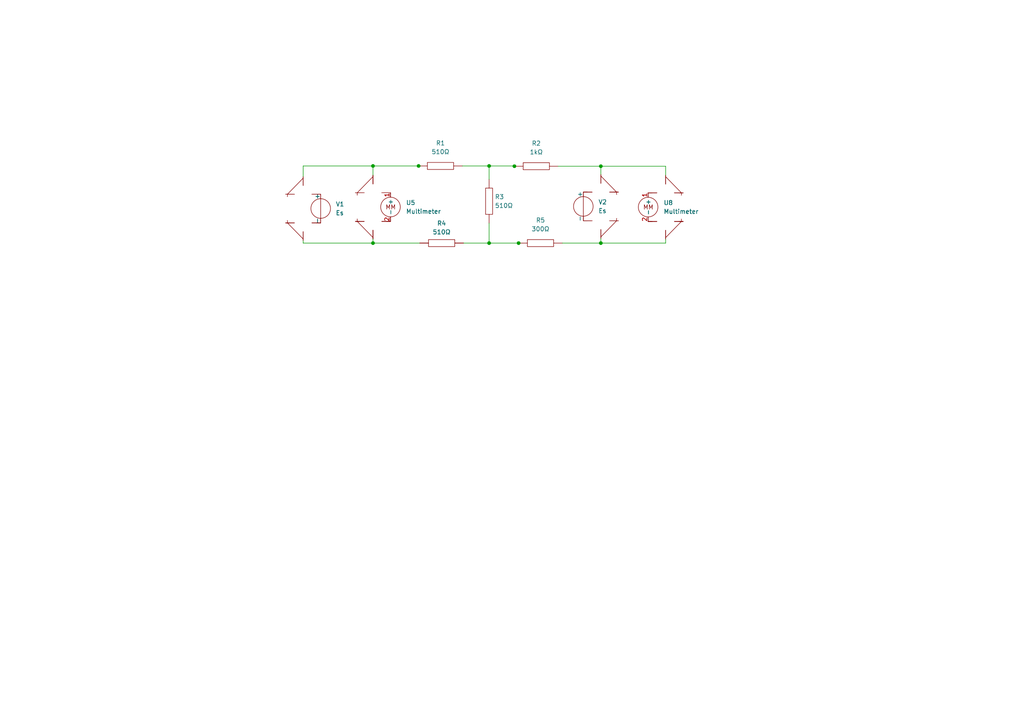
<source format=kicad_sch>
(kicad_sch (version 20211123) (generator eeschema)

  (uuid aebaace4-2713-46e7-b409-3b5b1c6f5159)

  (paper "A4")

  (lib_symbols
    (symbol "Rly_1" (pin_numbers hide) (pin_names hide) (in_bom yes) (on_board yes)
      (property "Reference" "U" (id 0) (at -3.6576 -1.5748 0)
        (effects (font (size 1.27 1.27)))
      )
      (property "Value" "Rly_1" (id 1) (at 0.254 -2.8956 0)
        (effects (font (size 1.27 1.27)))
      )
      (property "Footprint" "" (id 2) (at 0 0 0)
        (effects (font (size 1.27 1.27)) hide)
      )
      (property "Datasheet" "" (id 3) (at 0 0 0)
        (effects (font (size 1.27 1.27)) hide)
      )
      (symbol "Rly_1_0_1"
        (polyline
          (pts
            (xy -5.08 0)
            (xy -3.9116 0)
          )
          (stroke (width 0) (type default) (color 0 0 0 0))
          (fill (type none))
        )
        (polyline
          (pts
            (xy 3.9116 0)
            (xy 5.08 0)
          )
          (stroke (width 0) (type default) (color 0 0 0 0))
          (fill (type none))
        )
        (polyline
          (pts
            (xy 0 4.6736)
            (xy -4.572 0)
            (xy -4.572 -0.7112)
          )
          (stroke (width 0) (type default) (color 0 0 0 0))
          (fill (type none))
        )
      )
      (symbol "Rly_1_1_1"
        (pin passive line (at 0 5.08 270) (length 2.54)
          (name "Com" (effects (font (size 1.27 1.27))))
          (number "1" (effects (font (size 1.27 1.27))))
        )
        (pin passive line (at -5.08 0 0) (length 2.54)
          (name "NC" (effects (font (size 1.27 1.27))))
          (number "2" (effects (font (size 1.27 1.27))))
        )
        (pin passive line (at 5.08 0 180) (length 2.54)
          (name "NO" (effects (font (size 1.27 1.27))))
          (number "3" (effects (font (size 1.27 1.27))))
        )
      )
    )
    (symbol "Rly_2" (pin_numbers hide) (pin_names hide) (in_bom yes) (on_board yes)
      (property "Reference" "U" (id 0) (at -3.6576 -1.5748 0)
        (effects (font (size 1.27 1.27)))
      )
      (property "Value" "Rly_2" (id 1) (at 0.254 -2.8956 0)
        (effects (font (size 1.27 1.27)))
      )
      (property "Footprint" "" (id 2) (at 0 0 0)
        (effects (font (size 1.27 1.27)) hide)
      )
      (property "Datasheet" "" (id 3) (at 0 0 0)
        (effects (font (size 1.27 1.27)) hide)
      )
      (symbol "Rly_2_0_1"
        (polyline
          (pts
            (xy -5.08 0)
            (xy -3.9116 0)
          )
          (stroke (width 0) (type default) (color 0 0 0 0))
          (fill (type none))
        )
        (polyline
          (pts
            (xy 3.9116 0)
            (xy 5.08 0)
          )
          (stroke (width 0) (type default) (color 0 0 0 0))
          (fill (type none))
        )
        (polyline
          (pts
            (xy 0 4.6736)
            (xy -4.572 0)
            (xy -4.572 -0.7112)
          )
          (stroke (width 0) (type default) (color 0 0 0 0))
          (fill (type none))
        )
      )
      (symbol "Rly_2_1_1"
        (pin passive line (at 0 5.08 270) (length 2.54)
          (name "Com" (effects (font (size 1.27 1.27))))
          (number "1" (effects (font (size 1.27 1.27))))
        )
        (pin passive line (at -5.08 0 0) (length 2.54)
          (name "NC" (effects (font (size 1.27 1.27))))
          (number "2" (effects (font (size 1.27 1.27))))
        )
        (pin passive line (at 5.08 0 180) (length 2.54)
          (name "NO" (effects (font (size 1.27 1.27))))
          (number "3" (effects (font (size 1.27 1.27))))
        )
      )
    )
    (symbol "Rly_3" (pin_numbers hide) (pin_names hide) (in_bom yes) (on_board yes)
      (property "Reference" "U" (id 0) (at -3.6576 -1.5748 0)
        (effects (font (size 1.27 1.27)))
      )
      (property "Value" "Rly_3" (id 1) (at 0.254 -2.8956 0)
        (effects (font (size 1.27 1.27)))
      )
      (property "Footprint" "" (id 2) (at 0 0 0)
        (effects (font (size 1.27 1.27)) hide)
      )
      (property "Datasheet" "" (id 3) (at 0 0 0)
        (effects (font (size 1.27 1.27)) hide)
      )
      (symbol "Rly_3_0_1"
        (polyline
          (pts
            (xy -5.08 0)
            (xy -3.9116 0)
          )
          (stroke (width 0) (type default) (color 0 0 0 0))
          (fill (type none))
        )
        (polyline
          (pts
            (xy 3.9116 0)
            (xy 5.08 0)
          )
          (stroke (width 0) (type default) (color 0 0 0 0))
          (fill (type none))
        )
        (polyline
          (pts
            (xy 0 4.6736)
            (xy -4.572 0)
            (xy -4.572 -0.7112)
          )
          (stroke (width 0) (type default) (color 0 0 0 0))
          (fill (type none))
        )
      )
      (symbol "Rly_3_1_1"
        (pin passive line (at 0 5.08 270) (length 2.54)
          (name "Com" (effects (font (size 1.27 1.27))))
          (number "1" (effects (font (size 1.27 1.27))))
        )
        (pin passive line (at -5.08 0 0) (length 2.54)
          (name "NC" (effects (font (size 1.27 1.27))))
          (number "2" (effects (font (size 1.27 1.27))))
        )
        (pin passive line (at 5.08 0 180) (length 2.54)
          (name "NO" (effects (font (size 1.27 1.27))))
          (number "3" (effects (font (size 1.27 1.27))))
        )
      )
    )
    (symbol "Rly_4" (pin_numbers hide) (pin_names hide) (in_bom yes) (on_board yes)
      (property "Reference" "U" (id 0) (at -3.6576 -1.5748 0)
        (effects (font (size 1.27 1.27)))
      )
      (property "Value" "Rly_4" (id 1) (at 0.254 -2.8956 0)
        (effects (font (size 1.27 1.27)))
      )
      (property "Footprint" "" (id 2) (at 0 0 0)
        (effects (font (size 1.27 1.27)) hide)
      )
      (property "Datasheet" "" (id 3) (at 0 0 0)
        (effects (font (size 1.27 1.27)) hide)
      )
      (symbol "Rly_4_0_1"
        (polyline
          (pts
            (xy -5.08 0)
            (xy -3.9116 0)
          )
          (stroke (width 0) (type default) (color 0 0 0 0))
          (fill (type none))
        )
        (polyline
          (pts
            (xy 3.9116 0)
            (xy 5.08 0)
          )
          (stroke (width 0) (type default) (color 0 0 0 0))
          (fill (type none))
        )
        (polyline
          (pts
            (xy 0 4.6736)
            (xy -4.572 0)
            (xy -4.572 -0.7112)
          )
          (stroke (width 0) (type default) (color 0 0 0 0))
          (fill (type none))
        )
      )
      (symbol "Rly_4_1_1"
        (pin passive line (at 0 5.08 270) (length 2.54)
          (name "Com" (effects (font (size 1.27 1.27))))
          (number "1" (effects (font (size 1.27 1.27))))
        )
        (pin passive line (at -5.08 0 0) (length 2.54)
          (name "NC" (effects (font (size 1.27 1.27))))
          (number "2" (effects (font (size 1.27 1.27))))
        )
        (pin passive line (at 5.08 0 180) (length 2.54)
          (name "NO" (effects (font (size 1.27 1.27))))
          (number "3" (effects (font (size 1.27 1.27))))
        )
      )
    )
    (symbol "Rly_5" (pin_numbers hide) (pin_names hide) (in_bom yes) (on_board yes)
      (property "Reference" "U" (id 0) (at -3.6576 -1.5748 0)
        (effects (font (size 1.27 1.27)))
      )
      (property "Value" "Rly_5" (id 1) (at 0.254 -2.8956 0)
        (effects (font (size 1.27 1.27)))
      )
      (property "Footprint" "" (id 2) (at 0 0 0)
        (effects (font (size 1.27 1.27)) hide)
      )
      (property "Datasheet" "" (id 3) (at 0 0 0)
        (effects (font (size 1.27 1.27)) hide)
      )
      (symbol "Rly_5_0_1"
        (polyline
          (pts
            (xy -5.08 0)
            (xy -3.9116 0)
          )
          (stroke (width 0) (type default) (color 0 0 0 0))
          (fill (type none))
        )
        (polyline
          (pts
            (xy 3.9116 0)
            (xy 5.08 0)
          )
          (stroke (width 0) (type default) (color 0 0 0 0))
          (fill (type none))
        )
        (polyline
          (pts
            (xy 0 4.6736)
            (xy -4.572 0)
            (xy -4.572 -0.7112)
          )
          (stroke (width 0) (type default) (color 0 0 0 0))
          (fill (type none))
        )
      )
      (symbol "Rly_5_1_1"
        (pin passive line (at 0 5.08 270) (length 2.54)
          (name "Com" (effects (font (size 1.27 1.27))))
          (number "1" (effects (font (size 1.27 1.27))))
        )
        (pin passive line (at -5.08 0 0) (length 2.54)
          (name "NC" (effects (font (size 1.27 1.27))))
          (number "2" (effects (font (size 1.27 1.27))))
        )
        (pin passive line (at 5.08 0 180) (length 2.54)
          (name "NO" (effects (font (size 1.27 1.27))))
          (number "3" (effects (font (size 1.27 1.27))))
        )
      )
    )
    (symbol "Rly_6" (pin_numbers hide) (pin_names hide) (in_bom yes) (on_board yes)
      (property "Reference" "U" (id 0) (at -3.6576 -1.5748 0)
        (effects (font (size 1.27 1.27)))
      )
      (property "Value" "Rly_6" (id 1) (at 0.254 -2.8956 0)
        (effects (font (size 1.27 1.27)))
      )
      (property "Footprint" "" (id 2) (at 0 0 0)
        (effects (font (size 1.27 1.27)) hide)
      )
      (property "Datasheet" "" (id 3) (at 0 0 0)
        (effects (font (size 1.27 1.27)) hide)
      )
      (symbol "Rly_6_0_1"
        (polyline
          (pts
            (xy -5.08 0)
            (xy -3.9116 0)
          )
          (stroke (width 0) (type default) (color 0 0 0 0))
          (fill (type none))
        )
        (polyline
          (pts
            (xy 3.9116 0)
            (xy 5.08 0)
          )
          (stroke (width 0) (type default) (color 0 0 0 0))
          (fill (type none))
        )
        (polyline
          (pts
            (xy 0 4.6736)
            (xy -4.572 0)
            (xy -4.572 -0.7112)
          )
          (stroke (width 0) (type default) (color 0 0 0 0))
          (fill (type none))
        )
      )
      (symbol "Rly_6_1_1"
        (pin passive line (at 0 5.08 270) (length 2.54)
          (name "Com" (effects (font (size 1.27 1.27))))
          (number "1" (effects (font (size 1.27 1.27))))
        )
        (pin passive line (at -5.08 0 0) (length 2.54)
          (name "NC" (effects (font (size 1.27 1.27))))
          (number "2" (effects (font (size 1.27 1.27))))
        )
        (pin passive line (at 5.08 0 180) (length 2.54)
          (name "NO" (effects (font (size 1.27 1.27))))
          (number "3" (effects (font (size 1.27 1.27))))
        )
      )
    )
    (symbol "Rly_7" (pin_numbers hide) (pin_names hide) (in_bom yes) (on_board yes)
      (property "Reference" "U" (id 0) (at -3.6576 -1.5748 0)
        (effects (font (size 1.27 1.27)))
      )
      (property "Value" "Rly_7" (id 1) (at 0.254 -2.8956 0)
        (effects (font (size 1.27 1.27)))
      )
      (property "Footprint" "" (id 2) (at 0 0 0)
        (effects (font (size 1.27 1.27)) hide)
      )
      (property "Datasheet" "" (id 3) (at 0 0 0)
        (effects (font (size 1.27 1.27)) hide)
      )
      (symbol "Rly_7_0_1"
        (polyline
          (pts
            (xy -5.08 0)
            (xy -3.9116 0)
          )
          (stroke (width 0) (type default) (color 0 0 0 0))
          (fill (type none))
        )
        (polyline
          (pts
            (xy 3.9116 0)
            (xy 5.08 0)
          )
          (stroke (width 0) (type default) (color 0 0 0 0))
          (fill (type none))
        )
        (polyline
          (pts
            (xy 0 4.6736)
            (xy -4.572 0)
            (xy -4.572 -0.7112)
          )
          (stroke (width 0) (type default) (color 0 0 0 0))
          (fill (type none))
        )
      )
      (symbol "Rly_7_1_1"
        (pin passive line (at 0 5.08 270) (length 2.54)
          (name "Com" (effects (font (size 1.27 1.27))))
          (number "1" (effects (font (size 1.27 1.27))))
        )
        (pin passive line (at -5.08 0 0) (length 2.54)
          (name "NC" (effects (font (size 1.27 1.27))))
          (number "2" (effects (font (size 1.27 1.27))))
        )
        (pin passive line (at 5.08 0 180) (length 2.54)
          (name "NO" (effects (font (size 1.27 1.27))))
          (number "3" (effects (font (size 1.27 1.27))))
        )
      )
    )
    (symbol "pspice:R" (pin_numbers hide) (pin_names (offset 0)) (in_bom yes) (on_board yes)
      (property "Reference" "R" (id 0) (at 2.032 0 90)
        (effects (font (size 1.27 1.27)))
      )
      (property "Value" "R" (id 1) (at 0 0 90)
        (effects (font (size 1.27 1.27)))
      )
      (property "Footprint" "" (id 2) (at 0 0 0)
        (effects (font (size 1.27 1.27)) hide)
      )
      (property "Datasheet" "~" (id 3) (at 0 0 0)
        (effects (font (size 1.27 1.27)) hide)
      )
      (property "ki_keywords" "resistor simulation" (id 4) (at 0 0 0)
        (effects (font (size 1.27 1.27)) hide)
      )
      (property "ki_description" "Resistor symbol for simulation only" (id 5) (at 0 0 0)
        (effects (font (size 1.27 1.27)) hide)
      )
      (symbol "R_0_1"
        (rectangle (start -1.016 3.81) (end 1.016 -3.81)
          (stroke (width 0) (type default) (color 0 0 0 0))
          (fill (type none))
        )
      )
      (symbol "R_1_1"
        (pin passive line (at 0 6.35 270) (length 2.54)
          (name "~" (effects (font (size 1.27 1.27))))
          (number "1" (effects (font (size 1.27 1.27))))
        )
        (pin passive line (at 0 -6.35 90) (length 2.54)
          (name "~" (effects (font (size 1.27 1.27))))
          (number "2" (effects (font (size 1.27 1.27))))
        )
      )
    )
    (symbol "test2021:Es" (pin_numbers hide) (pin_names (offset 0)) (in_bom yes) (on_board yes)
      (property "Reference" "V" (id 0) (at -3.5306 2.7178 0)
        (effects (font (size 1.27 1.27)))
      )
      (property "Value" "Es" (id 1) (at -2.9972 -3.3274 0)
        (effects (font (size 1.27 1.27)))
      )
      (property "Footprint" "" (id 2) (at -1.778 0 90)
        (effects (font (size 1.27 1.27)) hide)
      )
      (property "Datasheet" "~" (id 3) (at -3.5306 -1.0668 0)
        (effects (font (size 1.27 1.27)) hide)
      )
      (property "ki_keywords" "R res resistor" (id 4) (at 0 0 0)
        (effects (font (size 1.27 1.27)) hide)
      )
      (property "ki_description" "Resistor" (id 5) (at 0 0 0)
        (effects (font (size 1.27 1.27)) hide)
      )
      (property "ki_fp_filters" "R_*" (id 6) (at 0 0 0)
        (effects (font (size 1.27 1.27)) hide)
      )
      (symbol "Es_0_1"
        (polyline
          (pts
            (xy 0 2.8194)
            (xy 0 2.8194)
          )
          (stroke (width 0) (type default) (color 0 0 0 0))
          (fill (type none))
        )
        (polyline
          (pts
            (xy 0 2.8448)
            (xy 0 -2.8702)
          )
          (stroke (width 0) (type default) (color 0 0 0 0))
          (fill (type none))
        )
        (circle (center 0 0) (radius 2.8398)
          (stroke (width 0) (type default) (color 0 0 0 0))
          (fill (type none))
        )
      )
      (symbol "Es_1_1"
        (pin passive line (at 0 4.1402 270) (length 1.27)
          (name "+" (effects (font (size 1.27 1.27))))
          (number "1" (effects (font (size 1.27 1.27))))
        )
        (pin passive line (at 0 -4.1656 90) (length 1.27)
          (name "-" (effects (font (size 1.27 1.27))))
          (number "2" (effects (font (size 1.27 1.27))))
        )
      )
    )
    (symbol "test2021:Multimeter" (in_bom yes) (on_board yes)
      (property "Reference" "U" (id 0) (at -4.3942 3.0734 0)
        (effects (font (size 1.27 1.27)))
      )
      (property "Value" "Multimeter" (id 1) (at -0.4572 -6.9342 0)
        (effects (font (size 1.27 1.27)))
      )
      (property "Footprint" "" (id 2) (at 0 0 0)
        (effects (font (size 1.27 1.27)) hide)
      )
      (property "Datasheet" "" (id 3) (at 0 0 0)
        (effects (font (size 1.27 1.27)) hide)
      )
      (symbol "Multimeter_0_0"
        (text "MM" (at 0.0254 0 0)
          (effects (font (size 1.27 1.27)))
        )
      )
      (symbol "Multimeter_0_1"
        (circle (center -0.0254 0.0254) (radius 2.8398)
          (stroke (width 0) (type default) (color 0 0 0 0))
          (fill (type none))
        )
        (polyline
          (pts
            (xy -0.0254 2.8448)
            (xy -0.0254 2.8448)
          )
          (stroke (width 0) (type default) (color 0 0 0 0))
          (fill (type none))
        )
      )
      (symbol "Multimeter_1_1"
        (pin passive line (at -0.0254 4.1656 270) (length 1.27)
          (name "+" (effects (font (size 1.27 1.27))))
          (number "1" (effects (font (size 1.27 1.27))))
        )
        (pin passive line (at -0.0254 -4.1402 90) (length 1.27)
          (name "-" (effects (font (size 1.27 1.27))))
          (number "2" (effects (font (size 1.27 1.27))))
        )
      )
    )
    (symbol "test2021:Rly" (pin_numbers hide) (pin_names hide) (in_bom yes) (on_board yes)
      (property "Reference" "U" (id 0) (at -3.6576 -1.5748 0)
        (effects (font (size 1.27 1.27)))
      )
      (property "Value" "Rly" (id 1) (at 0.254 -2.8956 0)
        (effects (font (size 1.27 1.27)))
      )
      (property "Footprint" "" (id 2) (at 0 0 0)
        (effects (font (size 1.27 1.27)) hide)
      )
      (property "Datasheet" "" (id 3) (at 0 0 0)
        (effects (font (size 1.27 1.27)) hide)
      )
      (symbol "Rly_0_1"
        (polyline
          (pts
            (xy -5.08 0)
            (xy -3.9116 0)
          )
          (stroke (width 0) (type default) (color 0 0 0 0))
          (fill (type none))
        )
        (polyline
          (pts
            (xy 3.9116 0)
            (xy 5.08 0)
          )
          (stroke (width 0) (type default) (color 0 0 0 0))
          (fill (type none))
        )
        (polyline
          (pts
            (xy 0 4.6736)
            (xy -4.572 0)
            (xy -4.572 -0.7112)
          )
          (stroke (width 0) (type default) (color 0 0 0 0))
          (fill (type none))
        )
      )
      (symbol "Rly_1_1"
        (pin passive line (at 0 5.08 270) (length 2.54)
          (name "Com" (effects (font (size 1.27 1.27))))
          (number "1" (effects (font (size 1.27 1.27))))
        )
        (pin passive line (at -5.08 0 0) (length 2.54)
          (name "NC" (effects (font (size 1.27 1.27))))
          (number "2" (effects (font (size 1.27 1.27))))
        )
        (pin passive line (at 5.08 0 180) (length 2.54)
          (name "NO" (effects (font (size 1.27 1.27))))
          (number "3" (effects (font (size 1.27 1.27))))
        )
      )
    )
  )

  (junction (at 150.4188 70.5104) (diameter 0) (color 0 0 0 0)
    (uuid 0aeb18b0-edd0-4466-b3ec-9121eada739f)
  )
  (junction (at 108.1786 48.133) (diameter 0) (color 0 0 0 0)
    (uuid 2bc416f5-640b-4111-9795-b104ad62f302)
  )
  (junction (at 121.412 48.133) (diameter 0) (color 0 0 0 0)
    (uuid 3e039e60-7edf-41d5-a2c6-42e752d1b3df)
  )
  (junction (at 141.859 70.5104) (diameter 0) (color 0 0 0 0)
    (uuid 4c8b51fb-be06-4b77-9565-e2732a2f1d56)
  )
  (junction (at 174.2694 48.2092) (diameter 0) (color 0 0 0 0)
    (uuid 512eddb9-ceb9-43b2-b7ce-7c23131c5aab)
  )
  (junction (at 149.1996 48.2092) (diameter 0) (color 0 0 0 0)
    (uuid 993493fb-7562-4af9-8adf-74fb6685c80d)
  )
  (junction (at 108.1786 70.5104) (diameter 0) (color 0 0 0 0)
    (uuid a30b21f4-717e-4253-b6a9-4b98c9c1f052)
  )
  (junction (at 174.2694 70.5104) (diameter 0) (color 0 0 0 0)
    (uuid c4699920-6bf6-4465-9bb4-5de824939775)
  )
  (junction (at 141.859 48.133) (diameter 0) (color 0 0 0 0)
    (uuid d60b96c0-b104-4980-81d8-689b2a9f1a71)
  )

  (wire (pts (xy 193.0654 48.2092) (xy 174.2694 48.2092))
    (stroke (width 0) (type default) (color 0 0 0 0))
    (uuid 0d456807-6986-4812-b5ef-0bff8e5c86b7)
  )
  (wire (pts (xy 134.4422 70.5104) (xy 141.859 70.5104))
    (stroke (width 0) (type default) (color 0 0 0 0))
    (uuid 1d982dc2-538c-4a3f-9a42-91d704fa8aa0)
  )
  (wire (pts (xy 163.1188 70.5104) (xy 174.2694 70.5104))
    (stroke (width 0) (type default) (color 0 0 0 0))
    (uuid 26ab15bf-4bba-4276-a288-63f2f559e7b2)
  )
  (wire (pts (xy 87.9348 48.133) (xy 108.1786 48.133))
    (stroke (width 0) (type default) (color 0 0 0 0))
    (uuid 31c44dc4-1974-420c-afaa-5713f5025c6c)
  )
  (wire (pts (xy 193.0654 70.5104) (xy 174.2694 70.5104))
    (stroke (width 0) (type default) (color 0 0 0 0))
    (uuid 3e96a68d-264c-41bd-9b48-016f126c1865)
  )
  (wire (pts (xy 108.1786 69.2912) (xy 108.1786 70.5104))
    (stroke (width 0) (type default) (color 0 0 0 0))
    (uuid 43e5486f-70aa-44ab-ab47-f58c8805db29)
  )
  (wire (pts (xy 149.1996 48.133) (xy 149.1996 48.2092))
    (stroke (width 0) (type default) (color 0 0 0 0))
    (uuid 48056f6a-eb51-4dfe-b73d-516a3628dc58)
  )
  (wire (pts (xy 134.112 48.133) (xy 141.859 48.133))
    (stroke (width 0) (type default) (color 0 0 0 0))
    (uuid 4f6611ce-3c2b-4cf4-a16c-1e606b2d126b)
  )
  (wire (pts (xy 193.0654 69.3166) (xy 193.0654 70.5104))
    (stroke (width 0) (type default) (color 0 0 0 0))
    (uuid 54a2dd30-addb-4e1b-a86c-9bb9ab6f399f)
  )
  (wire (pts (xy 161.8996 48.2092) (xy 174.2694 48.2092))
    (stroke (width 0) (type default) (color 0 0 0 0))
    (uuid 6c4cc274-57dd-4a49-8634-d98a0fad4a25)
  )
  (wire (pts (xy 108.1786 48.133) (xy 121.412 48.133))
    (stroke (width 0) (type default) (color 0 0 0 0))
    (uuid 857da392-38a2-4bac-aefd-0a046341aa5a)
  )
  (wire (pts (xy 87.9348 51.2572) (xy 87.9348 48.133))
    (stroke (width 0) (type default) (color 0 0 0 0))
    (uuid 8f81278e-f357-4a80-88ba-d2d62f7d03da)
  )
  (wire (pts (xy 141.859 48.133) (xy 149.1996 48.133))
    (stroke (width 0) (type default) (color 0 0 0 0))
    (uuid 9584f470-6119-4d9b-a3ee-c293aeafbf5d)
  )
  (wire (pts (xy 141.859 70.5104) (xy 150.4188 70.5104))
    (stroke (width 0) (type default) (color 0 0 0 0))
    (uuid 9b9826a6-21e2-49fd-ac85-0c17c7ff6629)
  )
  (wire (pts (xy 141.859 64.7192) (xy 141.859 70.5104))
    (stroke (width 0) (type default) (color 0 0 0 0))
    (uuid 9e31bfd7-88ac-4123-b140-13e70923e2c7)
  )
  (wire (pts (xy 141.859 48.133) (xy 141.859 52.0192))
    (stroke (width 0) (type default) (color 0 0 0 0))
    (uuid a19fe9fe-2951-4dd7-91b9-79e1d8d5ec74)
  )
  (wire (pts (xy 108.1786 48.133) (xy 108.1786 50.8254))
    (stroke (width 0) (type default) (color 0 0 0 0))
    (uuid aba80cca-1f5c-48dd-8fcc-d8806e3c6cca)
  )
  (wire (pts (xy 87.9348 70.5104) (xy 108.1786 70.5104))
    (stroke (width 0) (type default) (color 0 0 0 0))
    (uuid be73a5f7-a3c4-42de-8cdf-c5015e1a0181)
  )
  (wire (pts (xy 150.4188 70.5104) (xy 150.4696 70.5104))
    (stroke (width 0) (type default) (color 0 0 0 0))
    (uuid d47b4b67-096a-4b6c-8a45-75593ab76c5b)
  )
  (wire (pts (xy 193.0654 50.8508) (xy 193.0654 48.2092))
    (stroke (width 0) (type default) (color 0 0 0 0))
    (uuid d5051074-1e3e-4276-9f1c-aa7e3e41e99e)
  )
  (wire (pts (xy 87.9348 69.723) (xy 87.9348 70.5104))
    (stroke (width 0) (type default) (color 0 0 0 0))
    (uuid dcabfdc4-76f3-4f85-a28b-5e69b0c2ff2f)
  )
  (wire (pts (xy 121.4374 48.133) (xy 121.412 48.133))
    (stroke (width 0) (type default) (color 0 0 0 0))
    (uuid ebd7e968-572f-455d-8b58-509827d7132a)
  )
  (wire (pts (xy 108.1786 70.5104) (xy 121.7422 70.5104))
    (stroke (width 0) (type default) (color 0 0 0 0))
    (uuid f12ee4ab-1398-43b8-a848-badb0e83598a)
  )
  (wire (pts (xy 174.2694 48.2092) (xy 174.2694 50.6476))
    (stroke (width 0) (type default) (color 0 0 0 0))
    (uuid f23639e9-51f8-4e82-99b9-519b65e01f43)
  )
  (wire (pts (xy 174.2694 69.1134) (xy 174.2694 70.5104))
    (stroke (width 0) (type default) (color 0 0 0 0))
    (uuid f9ae086e-284c-4ff9-aa8f-332f1a856fc4)
  )

  (symbol (lib_id "pspice:R") (at 128.0922 70.5104 90) (unit 1)
    (in_bom yes) (on_board yes) (fields_autoplaced)
    (uuid 0abd32bc-8cb3-43f4-bb94-d00fd8695fa0)
    (property "Reference" "R4" (id 0) (at 128.0922 64.77 90))
    (property "Value" "510Ω" (id 1) (at 128.0922 67.31 90))
    (property "Footprint" "test2021:R" (id 2) (at 128.0922 70.5104 0)
      (effects (font (size 1.27 1.27)) hide)
    )
    (property "Datasheet" "~" (id 3) (at 128.0922 70.5104 0)
      (effects (font (size 1.27 1.27)) hide)
    )
    (pin "1" (uuid 24df9db7-c8c1-422a-9486-b85b6095b2a4))
    (pin "2" (uuid efad2a80-f056-4a48-b72d-3e94d684ecbb))
  )

  (symbol (lib_id "pspice:R") (at 156.7688 70.5104 90) (unit 1)
    (in_bom yes) (on_board yes) (fields_autoplaced)
    (uuid 186eceb3-7c08-47a5-8775-d6b140eb7feb)
    (property "Reference" "R5" (id 0) (at 156.7688 63.881 90))
    (property "Value" "300Ω" (id 1) (at 156.7688 66.421 90))
    (property "Footprint" "test2021:R" (id 2) (at 156.7688 70.5104 0)
      (effects (font (size 1.27 1.27)) hide)
    )
    (property "Datasheet" "~" (id 3) (at 156.7688 70.5104 0)
      (effects (font (size 1.27 1.27)) hide)
    )
    (pin "1" (uuid e8e7d72e-8e9e-44c8-8f43-dcb1ef0d1f79))
    (pin "2" (uuid 0c252e38-600e-4b8f-afef-51cef7e1f607))
  )

  (symbol (lib_name "Rly_1") (lib_id "test2021:Rly") (at 108.1786 55.9054 0) (unit 1)
    (in_bom yes) (on_board yes) (fields_autoplaced)
    (uuid 36e12eee-6119-4131-9396-5158788c522a)
    (property "Reference" "U3" (id 0) (at 108.1786 59.2836 0)
      (effects (font (size 1.27 1.27)) hide)
    )
    (property "Value" "Rly" (id 1) (at 108.1786 61.8236 0)
      (effects (font (size 1.27 1.27)) hide)
    )
    (property "Footprint" "test2021:RLy" (id 2) (at 108.1786 55.9054 0)
      (effects (font (size 1.27 1.27)) hide)
    )
    (property "Datasheet" "" (id 3) (at 108.1786 55.9054 0)
      (effects (font (size 1.27 1.27)) hide)
    )
    (pin "1" (uuid f88431d4-8e68-45c7-a52b-6a3239f830cc))
    (pin "2" (uuid 59e34c42-a4a6-4934-96e8-7b72fd7215d3))
    (pin "3" (uuid 66ca0de6-8db1-41f9-b678-d92ea494f297))
  )

  (symbol (lib_name "Rly_4") (lib_id "test2021:Rly") (at 87.9348 64.643 0) (mirror x) (unit 1)
    (in_bom yes) (on_board yes) (fields_autoplaced)
    (uuid 370db7a8-c650-4698-b2ac-92d0a00bdb9f)
    (property "Reference" "U2" (id 0) (at 87.9348 58.3438 0)
      (effects (font (size 1.27 1.27)) hide)
    )
    (property "Value" "Rly" (id 1) (at 87.9348 60.8838 0)
      (effects (font (size 1.27 1.27)) hide)
    )
    (property "Footprint" "test2021:RLy" (id 2) (at 87.9348 64.643 0)
      (effects (font (size 1.27 1.27)) hide)
    )
    (property "Datasheet" "" (id 3) (at 87.9348 64.643 0)
      (effects (font (size 1.27 1.27)) hide)
    )
    (pin "1" (uuid e11a067c-9e73-4b78-a47a-6a56675e06a0))
    (pin "2" (uuid 302f8cbe-6ef1-4cbf-84eb-317874e56a8e))
    (pin "3" (uuid 1cacb5b3-0d91-43d1-af60-7d9087538843))
  )

  (symbol (lib_name "Rly_7") (lib_id "test2021:Rly") (at 193.0654 55.9308 0) (mirror y) (unit 1)
    (in_bom yes) (on_board yes) (fields_autoplaced)
    (uuid 4c002e68-7442-40ca-aeff-f342d6600754)
    (property "Reference" "U9" (id 0) (at 193.0654 59.309 0)
      (effects (font (size 1.27 1.27)) hide)
    )
    (property "Value" "Rly" (id 1) (at 193.0654 61.849 0)
      (effects (font (size 1.27 1.27)) hide)
    )
    (property "Footprint" "test2021:RLy" (id 2) (at 193.0654 55.9308 0)
      (effects (font (size 1.27 1.27)) hide)
    )
    (property "Datasheet" "" (id 3) (at 193.0654 55.9308 0)
      (effects (font (size 1.27 1.27)) hide)
    )
    (pin "1" (uuid 0391f488-4397-44ce-80d7-6d2ccc5a6075))
    (pin "2" (uuid f92f7a74-cc23-4bd4-a859-0545b3bba6a5))
    (pin "3" (uuid 0ee20063-0b03-4e70-a022-dc53dc236daf))
  )

  (symbol (lib_id "test2021:Multimeter") (at 113.284 60.071 0) (unit 1)
    (in_bom yes) (on_board yes) (fields_autoplaced)
    (uuid 5318b3de-538e-42bc-a748-6f8c297faf67)
    (property "Reference" "U5" (id 0) (at 117.729 58.7882 0)
      (effects (font (size 1.27 1.27)) (justify left))
    )
    (property "Value" "Multimeter" (id 1) (at 117.729 61.3282 0)
      (effects (font (size 1.27 1.27)) (justify left))
    )
    (property "Footprint" "test2021:Multimeter" (id 2) (at 113.284 60.071 0)
      (effects (font (size 1.27 1.27)) hide)
    )
    (property "Datasheet" "" (id 3) (at 113.284 60.071 0)
      (effects (font (size 1.27 1.27)) hide)
    )
    (pin "1" (uuid f48586c8-8ccc-4ee2-b736-b2cff7295750))
    (pin "2" (uuid 8ce69b44-cb70-4445-8adc-dbd2cd216b82))
  )

  (symbol (lib_id "pspice:R") (at 127.762 48.133 90) (unit 1)
    (in_bom yes) (on_board yes) (fields_autoplaced)
    (uuid 67817611-3d90-497a-9ae5-472f7b297774)
    (property "Reference" "R1" (id 0) (at 127.762 41.5036 90))
    (property "Value" "510Ω" (id 1) (at 127.762 44.0436 90))
    (property "Footprint" "test2021:R" (id 2) (at 127.762 48.133 0)
      (effects (font (size 1.27 1.27)) hide)
    )
    (property "Datasheet" "~" (id 3) (at 127.762 48.133 0)
      (effects (font (size 1.27 1.27)) hide)
    )
    (pin "1" (uuid 106bcadb-228e-4a75-8c47-80fc772bec8b))
    (pin "2" (uuid 9e37c9df-c161-467f-b335-496fab383464))
  )

  (symbol (lib_id "test2021:Es") (at 93.0148 60.4774 0) (unit 1)
    (in_bom yes) (on_board yes) (fields_autoplaced)
    (uuid 7b73f5a1-2b8b-4609-a474-af9f26291518)
    (property "Reference" "V1" (id 0) (at 97.3582 59.22 0)
      (effects (font (size 1.27 1.27)) (justify left))
    )
    (property "Value" "Es" (id 1) (at 97.3582 61.76 0)
      (effects (font (size 1.27 1.27)) (justify left))
    )
    (property "Footprint" "test2021:Vs" (id 2) (at 91.2368 60.4774 90)
      (effects (font (size 1.27 1.27)) hide)
    )
    (property "Datasheet" "~" (id 3) (at 89.4842 61.5442 0)
      (effects (font (size 1.27 1.27)) hide)
    )
    (pin "1" (uuid a37ccbb6-2047-455b-8ff3-a33d82269a76))
    (pin "2" (uuid 02c325fe-a08a-4621-b68d-87de164e827e))
  )

  (symbol (lib_id "test2021:Rly") (at 193.0654 64.2366 180) (unit 1)
    (in_bom yes) (on_board yes) (fields_autoplaced)
    (uuid 8c8a07e2-2b00-44f6-92a9-910598b15b50)
    (property "Reference" "U10" (id 0) (at 193.0654 57.9374 0)
      (effects (font (size 1.27 1.27)) hide)
    )
    (property "Value" "Rly" (id 1) (at 193.0654 60.4774 0)
      (effects (font (size 1.27 1.27)) hide)
    )
    (property "Footprint" "test2021:RLy" (id 2) (at 193.0654 64.2366 0)
      (effects (font (size 1.27 1.27)) hide)
    )
    (property "Datasheet" "" (id 3) (at 193.0654 64.2366 0)
      (effects (font (size 1.27 1.27)) hide)
    )
    (pin "1" (uuid 777cb619-bca2-4501-974a-15e2fd30799b))
    (pin "2" (uuid 57bf33ed-37e8-4719-8bce-65e42ca6a88a))
    (pin "3" (uuid b09f34d8-38b9-487d-a643-a6f7a41d0111))
  )

  (symbol (lib_name "Rly_3") (lib_id "test2021:Rly") (at 87.9348 56.3372 0) (unit 1)
    (in_bom yes) (on_board yes) (fields_autoplaced)
    (uuid 8f80739a-43d8-418d-8963-a1b011552e04)
    (property "Reference" "U1" (id 0) (at 87.9348 59.7154 0)
      (effects (font (size 1.27 1.27)) hide)
    )
    (property "Value" "Rly" (id 1) (at 87.9348 62.2554 0)
      (effects (font (size 1.27 1.27)) hide)
    )
    (property "Footprint" "test2021:RLy" (id 2) (at 87.9348 56.3372 0)
      (effects (font (size 1.27 1.27)) hide)
    )
    (property "Datasheet" "" (id 3) (at 87.9348 56.3372 0)
      (effects (font (size 1.27 1.27)) hide)
    )
    (pin "1" (uuid c4a84e33-330f-4d17-8258-04f75b4c444f))
    (pin "2" (uuid 895559ea-c623-4bbd-a03c-73ddf9b2042b))
    (pin "3" (uuid 106a42e3-f783-43a5-9c4d-49be742848db))
  )

  (symbol (lib_id "pspice:R") (at 141.859 58.3692 0) (unit 1)
    (in_bom yes) (on_board yes) (fields_autoplaced)
    (uuid a51c8940-817c-405c-90b9-a8c3466c0c65)
    (property "Reference" "R3" (id 0) (at 143.51 57.0991 0)
      (effects (font (size 1.27 1.27)) (justify left))
    )
    (property "Value" "510Ω" (id 1) (at 143.51 59.6391 0)
      (effects (font (size 1.27 1.27)) (justify left))
    )
    (property "Footprint" "test2021:R" (id 2) (at 141.859 58.3692 0)
      (effects (font (size 1.27 1.27)) hide)
    )
    (property "Datasheet" "~" (id 3) (at 141.859 58.3692 0)
      (effects (font (size 1.27 1.27)) hide)
    )
    (pin "1" (uuid 8a72d291-2cc5-4944-aae8-37cd8d67ff7b))
    (pin "2" (uuid c034cfae-4bcb-49ea-ab10-cbb420073e16))
  )

  (symbol (lib_name "Rly_2") (lib_id "test2021:Rly") (at 108.1786 64.2112 0) (mirror x) (unit 1)
    (in_bom yes) (on_board yes) (fields_autoplaced)
    (uuid a830194f-dd64-4be4-93c1-c727998c3c1c)
    (property "Reference" "U4" (id 0) (at 108.1786 57.912 0)
      (effects (font (size 1.27 1.27)) hide)
    )
    (property "Value" "Rly" (id 1) (at 108.1786 60.452 0)
      (effects (font (size 1.27 1.27)) hide)
    )
    (property "Footprint" "test2021:RLy" (id 2) (at 108.1786 64.2112 0)
      (effects (font (size 1.27 1.27)) hide)
    )
    (property "Datasheet" "" (id 3) (at 108.1786 64.2112 0)
      (effects (font (size 1.27 1.27)) hide)
    )
    (pin "1" (uuid fb4a7ffc-c26a-4a40-9680-5bc5bc3caca1))
    (pin "2" (uuid 48027d8a-bd1b-47d5-b142-2caa9fd832f1))
    (pin "3" (uuid e680eec3-06f1-4228-bf4e-7ebb103b84a5))
  )

  (symbol (lib_name "Rly_5") (lib_id "test2021:Rly") (at 174.2694 55.7276 0) (mirror y) (unit 1)
    (in_bom yes) (on_board yes) (fields_autoplaced)
    (uuid bd173d6d-d1f1-4785-8c0b-fc8d5870805a)
    (property "Reference" "U6" (id 0) (at 174.2694 59.1058 0)
      (effects (font (size 1.27 1.27)) hide)
    )
    (property "Value" "Rly" (id 1) (at 174.2694 61.6458 0)
      (effects (font (size 1.27 1.27)) hide)
    )
    (property "Footprint" "test2021:RLy" (id 2) (at 174.2694 55.7276 0)
      (effects (font (size 1.27 1.27)) hide)
    )
    (property "Datasheet" "" (id 3) (at 174.2694 55.7276 0)
      (effects (font (size 1.27 1.27)) hide)
    )
    (pin "1" (uuid 02c339a9-8e3a-4ee4-8820-cd1ebde5c3f6))
    (pin "2" (uuid bb9c4584-4ccc-4d17-89b7-e0aa8293ddb2))
    (pin "3" (uuid d3c92681-0b65-4a87-87d9-a445516b5952))
  )

  (symbol (lib_id "test2021:Multimeter") (at 188.0108 60.0964 0) (unit 1)
    (in_bom yes) (on_board yes) (fields_autoplaced)
    (uuid c6524be4-1132-4fc4-9a3f-7b44d589f4f8)
    (property "Reference" "U8" (id 0) (at 192.4558 58.8136 0)
      (effects (font (size 1.27 1.27)) (justify left))
    )
    (property "Value" "Multimeter" (id 1) (at 192.4558 61.3536 0)
      (effects (font (size 1.27 1.27)) (justify left))
    )
    (property "Footprint" "test2021:Multimeter" (id 2) (at 188.0108 60.0964 0)
      (effects (font (size 1.27 1.27)) hide)
    )
    (property "Datasheet" "" (id 3) (at 188.0108 60.0964 0)
      (effects (font (size 1.27 1.27)) hide)
    )
    (pin "1" (uuid e8eb2c5f-9e83-43f6-9759-88e5f384289c))
    (pin "2" (uuid 3a736c45-f200-4c29-959f-951f913bd1cd))
  )

  (symbol (lib_id "pspice:R") (at 155.5496 48.2092 90) (unit 1)
    (in_bom yes) (on_board yes) (fields_autoplaced)
    (uuid e7be7081-b17a-44d6-8d71-d9bd931a6ee7)
    (property "Reference" "R2" (id 0) (at 155.5496 41.5798 90))
    (property "Value" "1kΩ" (id 1) (at 155.5496 44.1198 90))
    (property "Footprint" "test2021:R" (id 2) (at 155.5496 48.2092 0)
      (effects (font (size 1.27 1.27)) hide)
    )
    (property "Datasheet" "~" (id 3) (at 155.5496 48.2092 0)
      (effects (font (size 1.27 1.27)) hide)
    )
    (pin "1" (uuid e91f9c3c-bd52-4880-8dfc-78e6d4c9f4ec))
    (pin "2" (uuid 1168ec98-bcf4-4398-a493-871458ac2be9))
  )

  (symbol (lib_name "Rly_6") (lib_id "test2021:Rly") (at 174.2694 64.0334 180) (unit 1)
    (in_bom yes) (on_board yes) (fields_autoplaced)
    (uuid ed3d95e1-d022-4176-90fa-bccefc1232f3)
    (property "Reference" "U7" (id 0) (at 174.2694 57.7342 0)
      (effects (font (size 1.27 1.27)) hide)
    )
    (property "Value" "Rly" (id 1) (at 174.2694 60.2742 0)
      (effects (font (size 1.27 1.27)) hide)
    )
    (property "Footprint" "test2021:RLy" (id 2) (at 174.2694 64.0334 0)
      (effects (font (size 1.27 1.27)) hide)
    )
    (property "Datasheet" "" (id 3) (at 174.2694 64.0334 0)
      (effects (font (size 1.27 1.27)) hide)
    )
    (pin "1" (uuid acccbd28-3c70-4ed0-a764-d63c7c014596))
    (pin "2" (uuid 4356d45a-1d93-41ae-a8d0-a806900d0bf6))
    (pin "3" (uuid 32f9ec9d-b898-4f50-ade0-da3d491d902f))
  )

  (symbol (lib_id "test2021:Es") (at 169.1894 59.8678 0) (unit 1)
    (in_bom yes) (on_board yes) (fields_autoplaced)
    (uuid eea7d9f9-bb2b-46a8-86a3-ba040088f775)
    (property "Reference" "V2" (id 0) (at 173.5328 58.6104 0)
      (effects (font (size 1.27 1.27)) (justify left))
    )
    (property "Value" "Es" (id 1) (at 173.5328 61.1504 0)
      (effects (font (size 1.27 1.27)) (justify left))
    )
    (property "Footprint" "test2021:Vs" (id 2) (at 167.4114 59.8678 90)
      (effects (font (size 1.27 1.27)) hide)
    )
    (property "Datasheet" "~" (id 3) (at 165.6588 60.9346 0)
      (effects (font (size 1.27 1.27)) hide)
    )
    (pin "1" (uuid a09c8115-3313-4188-8e21-daf4d113c8af))
    (pin "2" (uuid b902687b-aacb-4e20-b2c2-4b8e3db9699f))
  )

  (sheet_instances
    (path "/" (page "1"))
  )

  (symbol_instances
    (path "/67817611-3d90-497a-9ae5-472f7b297774"
      (reference "R1") (unit 1) (value "510Ω") (footprint "test2021:R")
    )
    (path "/e7be7081-b17a-44d6-8d71-d9bd931a6ee7"
      (reference "R2") (unit 1) (value "1kΩ") (footprint "test2021:R")
    )
    (path "/a51c8940-817c-405c-90b9-a8c3466c0c65"
      (reference "R3") (unit 1) (value "510Ω") (footprint "test2021:R")
    )
    (path "/0abd32bc-8cb3-43f4-bb94-d00fd8695fa0"
      (reference "R4") (unit 1) (value "510Ω") (footprint "test2021:R")
    )
    (path "/186eceb3-7c08-47a5-8775-d6b140eb7feb"
      (reference "R5") (unit 1) (value "300Ω") (footprint "test2021:R")
    )
    (path "/8f80739a-43d8-418d-8963-a1b011552e04"
      (reference "U1") (unit 1) (value "Rly") (footprint "test2021:RLy")
    )
    (path "/370db7a8-c650-4698-b2ac-92d0a00bdb9f"
      (reference "U2") (unit 1) (value "Rly") (footprint "test2021:RLy")
    )
    (path "/36e12eee-6119-4131-9396-5158788c522a"
      (reference "U3") (unit 1) (value "Rly") (footprint "test2021:RLy")
    )
    (path "/a830194f-dd64-4be4-93c1-c727998c3c1c"
      (reference "U4") (unit 1) (value "Rly") (footprint "test2021:RLy")
    )
    (path "/5318b3de-538e-42bc-a748-6f8c297faf67"
      (reference "U5") (unit 1) (value "Multimeter") (footprint "test2021:Multimeter")
    )
    (path "/bd173d6d-d1f1-4785-8c0b-fc8d5870805a"
      (reference "U6") (unit 1) (value "Rly") (footprint "test2021:RLy")
    )
    (path "/ed3d95e1-d022-4176-90fa-bccefc1232f3"
      (reference "U7") (unit 1) (value "Rly") (footprint "test2021:RLy")
    )
    (path "/c6524be4-1132-4fc4-9a3f-7b44d589f4f8"
      (reference "U8") (unit 1) (value "Multimeter") (footprint "test2021:Multimeter")
    )
    (path "/4c002e68-7442-40ca-aeff-f342d6600754"
      (reference "U9") (unit 1) (value "Rly") (footprint "test2021:RLy")
    )
    (path "/8c8a07e2-2b00-44f6-92a9-910598b15b50"
      (reference "U10") (unit 1) (value "Rly") (footprint "test2021:RLy")
    )
    (path "/7b73f5a1-2b8b-4609-a474-af9f26291518"
      (reference "V1") (unit 1) (value "Es") (footprint "test2021:Vs")
    )
    (path "/eea7d9f9-bb2b-46a8-86a3-ba040088f775"
      (reference "V2") (unit 1) (value "Es") (footprint "test2021:Vs")
    )
  )
)

</source>
